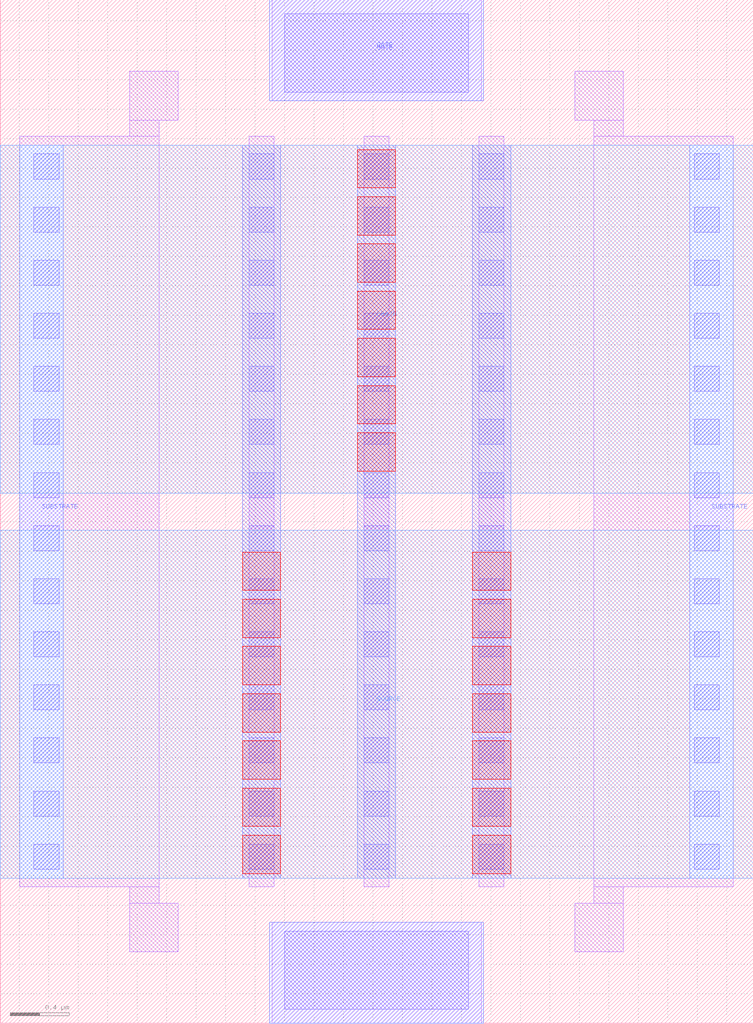
<source format=lef>
# Copyright 2020 The SkyWater PDK Authors
#
# Licensed under the Apache License, Version 2.0 (the "License");
# you may not use this file except in compliance with the License.
# You may obtain a copy of the License at
#
#     https://www.apache.org/licenses/LICENSE-2.0
#
# Unless required by applicable law or agreed to in writing, software
# distributed under the License is distributed on an "AS IS" BASIS,
# WITHOUT WARRANTIES OR CONDITIONS OF ANY KIND, either express or implied.
# See the License for the specific language governing permissions and
# limitations under the License.
#
# SPDX-License-Identifier: Apache-2.0

VERSION 5.7 ;
  NOWIREEXTENSIONATPIN ON ;
  DIVIDERCHAR "/" ;
  BUSBITCHARS "[]" ;
MACRO sky130_fd_pr__rf_nfet_g5v0d10v5_bM02W5p00L0p50
  CLASS BLOCK ;
  FOREIGN sky130_fd_pr__rf_nfet_g5v0d10v5_bM02W5p00L0p50 ;
  ORIGIN -0.070000  0.000000 ;
  SIZE  5.110000 BY  6.940000 ;
  PIN DRAIN
    ANTENNADIFFAREA  1.414000 ;
    PORT
      LAYER met2 ;
        RECT 0.070000 3.595000 5.180000 5.955000 ;
    END
  END DRAIN
  PIN GATE
    ANTENNAGATEAREA  5.050000 ;
    PORT
      LAYER li1 ;
        RECT 1.915000 0.000000 3.335000 0.685000 ;
        RECT 1.915000 6.255000 3.335000 6.940000 ;
      LAYER mcon ;
        RECT 2.000000 0.095000 3.250000 0.625000 ;
        RECT 2.000000 6.315000 3.250000 6.845000 ;
    END
    PORT
      LAYER met1 ;
        RECT 1.900000 0.000000 3.350000 0.685000 ;
        RECT 1.900000 6.255000 3.350000 6.940000 ;
    END
  END GATE
  PIN SOURCE
    ANTENNADIFFAREA  2.828000 ;
    PORT
      LAYER met2 ;
        RECT 0.070000 0.985000 5.180000 3.345000 ;
    END
  END SOURCE
  PIN SUBSTRATE
    ANTENNADIFFAREA  5.050000 ;
    ANTENNAGATEAREA  2.525000 ;
    PORT
      LAYER met1 ;
        RECT 0.205000 0.985000 0.500000 5.955000 ;
    END
    PORT
      LAYER met1 ;
        RECT 4.750000 0.985000 5.045000 5.955000 ;
    END
  END SUBSTRATE
  OBS
    LAYER li1 ;
      RECT 0.205000 0.925000 1.150000 6.015000 ;
      RECT 0.950000 0.485000 1.280000 0.815000 ;
      RECT 0.950000 0.815000 1.150000 0.925000 ;
      RECT 0.950000 6.015000 1.150000 6.125000 ;
      RECT 0.950000 6.125000 1.280000 6.455000 ;
      RECT 1.760000 0.925000 1.930000 6.015000 ;
      RECT 2.540000 0.925000 2.710000 6.015000 ;
      RECT 3.320000 0.925000 3.490000 6.015000 ;
      RECT 3.970000 0.485000 4.300000 0.815000 ;
      RECT 3.970000 6.125000 4.300000 6.455000 ;
      RECT 4.100000 0.815000 4.300000 0.925000 ;
      RECT 4.100000 0.925000 5.045000 6.015000 ;
      RECT 4.100000 6.015000 4.300000 6.125000 ;
    LAYER mcon ;
      RECT 0.300000 1.045000 0.470000 1.215000 ;
      RECT 0.300000 1.405000 0.470000 1.575000 ;
      RECT 0.300000 1.765000 0.470000 1.935000 ;
      RECT 0.300000 2.125000 0.470000 2.295000 ;
      RECT 0.300000 2.485000 0.470000 2.655000 ;
      RECT 0.300000 2.845000 0.470000 3.015000 ;
      RECT 0.300000 3.205000 0.470000 3.375000 ;
      RECT 0.300000 3.565000 0.470000 3.735000 ;
      RECT 0.300000 3.925000 0.470000 4.095000 ;
      RECT 0.300000 4.285000 0.470000 4.455000 ;
      RECT 0.300000 4.645000 0.470000 4.815000 ;
      RECT 0.300000 5.005000 0.470000 5.175000 ;
      RECT 0.300000 5.365000 0.470000 5.535000 ;
      RECT 0.300000 5.725000 0.470000 5.895000 ;
      RECT 1.760000 1.045000 1.930000 1.215000 ;
      RECT 1.760000 1.405000 1.930000 1.575000 ;
      RECT 1.760000 1.765000 1.930000 1.935000 ;
      RECT 1.760000 2.125000 1.930000 2.295000 ;
      RECT 1.760000 2.485000 1.930000 2.655000 ;
      RECT 1.760000 2.845000 1.930000 3.015000 ;
      RECT 1.760000 3.205000 1.930000 3.375000 ;
      RECT 1.760000 3.565000 1.930000 3.735000 ;
      RECT 1.760000 3.925000 1.930000 4.095000 ;
      RECT 1.760000 4.285000 1.930000 4.455000 ;
      RECT 1.760000 4.645000 1.930000 4.815000 ;
      RECT 1.760000 5.005000 1.930000 5.175000 ;
      RECT 1.760000 5.365000 1.930000 5.535000 ;
      RECT 1.760000 5.725000 1.930000 5.895000 ;
      RECT 2.540000 1.045000 2.710000 1.215000 ;
      RECT 2.540000 1.405000 2.710000 1.575000 ;
      RECT 2.540000 1.765000 2.710000 1.935000 ;
      RECT 2.540000 2.125000 2.710000 2.295000 ;
      RECT 2.540000 2.485000 2.710000 2.655000 ;
      RECT 2.540000 2.845000 2.710000 3.015000 ;
      RECT 2.540000 3.205000 2.710000 3.375000 ;
      RECT 2.540000 3.565000 2.710000 3.735000 ;
      RECT 2.540000 3.925000 2.710000 4.095000 ;
      RECT 2.540000 4.285000 2.710000 4.455000 ;
      RECT 2.540000 4.645000 2.710000 4.815000 ;
      RECT 2.540000 5.005000 2.710000 5.175000 ;
      RECT 2.540000 5.365000 2.710000 5.535000 ;
      RECT 2.540000 5.725000 2.710000 5.895000 ;
      RECT 3.320000 1.045000 3.490000 1.215000 ;
      RECT 3.320000 1.405000 3.490000 1.575000 ;
      RECT 3.320000 1.765000 3.490000 1.935000 ;
      RECT 3.320000 2.125000 3.490000 2.295000 ;
      RECT 3.320000 2.485000 3.490000 2.655000 ;
      RECT 3.320000 2.845000 3.490000 3.015000 ;
      RECT 3.320000 3.205000 3.490000 3.375000 ;
      RECT 3.320000 3.565000 3.490000 3.735000 ;
      RECT 3.320000 3.925000 3.490000 4.095000 ;
      RECT 3.320000 4.285000 3.490000 4.455000 ;
      RECT 3.320000 4.645000 3.490000 4.815000 ;
      RECT 3.320000 5.005000 3.490000 5.175000 ;
      RECT 3.320000 5.365000 3.490000 5.535000 ;
      RECT 3.320000 5.725000 3.490000 5.895000 ;
      RECT 4.780000 1.045000 4.950000 1.215000 ;
      RECT 4.780000 1.405000 4.950000 1.575000 ;
      RECT 4.780000 1.765000 4.950000 1.935000 ;
      RECT 4.780000 2.125000 4.950000 2.295000 ;
      RECT 4.780000 2.485000 4.950000 2.655000 ;
      RECT 4.780000 2.845000 4.950000 3.015000 ;
      RECT 4.780000 3.205000 4.950000 3.375000 ;
      RECT 4.780000 3.565000 4.950000 3.735000 ;
      RECT 4.780000 3.925000 4.950000 4.095000 ;
      RECT 4.780000 4.285000 4.950000 4.455000 ;
      RECT 4.780000 4.645000 4.950000 4.815000 ;
      RECT 4.780000 5.005000 4.950000 5.175000 ;
      RECT 4.780000 5.365000 4.950000 5.535000 ;
      RECT 4.780000 5.725000 4.950000 5.895000 ;
    LAYER met1 ;
      RECT 1.715000 0.985000 1.975000 5.955000 ;
      RECT 2.495000 0.985000 2.755000 5.955000 ;
      RECT 3.275000 0.985000 3.535000 5.955000 ;
    LAYER via ;
      RECT 1.715000 1.015000 1.975000 1.275000 ;
      RECT 1.715000 1.335000 1.975000 1.595000 ;
      RECT 1.715000 1.655000 1.975000 1.915000 ;
      RECT 1.715000 1.975000 1.975000 2.235000 ;
      RECT 1.715000 2.295000 1.975000 2.555000 ;
      RECT 1.715000 2.615000 1.975000 2.875000 ;
      RECT 1.715000 2.935000 1.975000 3.195000 ;
      RECT 2.495000 3.745000 2.755000 4.005000 ;
      RECT 2.495000 4.065000 2.755000 4.325000 ;
      RECT 2.495000 4.385000 2.755000 4.645000 ;
      RECT 2.495000 4.705000 2.755000 4.965000 ;
      RECT 2.495000 5.025000 2.755000 5.285000 ;
      RECT 2.495000 5.345000 2.755000 5.605000 ;
      RECT 2.495000 5.665000 2.755000 5.925000 ;
      RECT 3.275000 1.015000 3.535000 1.275000 ;
      RECT 3.275000 1.335000 3.535000 1.595000 ;
      RECT 3.275000 1.655000 3.535000 1.915000 ;
      RECT 3.275000 1.975000 3.535000 2.235000 ;
      RECT 3.275000 2.295000 3.535000 2.555000 ;
      RECT 3.275000 2.615000 3.535000 2.875000 ;
      RECT 3.275000 2.935000 3.535000 3.195000 ;
  END
END sky130_fd_pr__rf_nfet_g5v0d10v5_bM02W5p00L0p50
END LIBRARY

</source>
